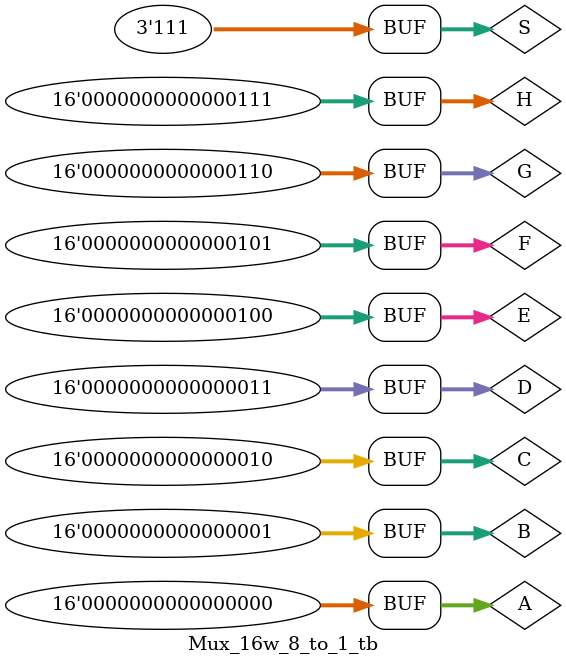
<source format=sv>
/*
 * TCES 330 - Spring 2025
 * Projcet Files 16 bit wide 8 to 1 mux
 * @author logan black
 * @version 03 June 2025
 * Creates a 16 bit wide 8 to 1 mux case statements
 */
module Mux_16w_8_to_1(M, S, A, B, C, D, E, F, G, H);
	input [2:0] S;
	input [15:0] A, B, C, D, E, F, G, H;
	output logic [15:0] M;
	
	always_comb begin
	
		case(S)
			3'd0: M = A;
			3'd1: M = B;
			3'd2: M = C;
			3'd3: M = D;
			3'd4: M = E;
			3'd5: M = F;
			3'd6: M = G;
			3'd7: M = H;
		endcase
		
	end
	
endmodule

`timescale 1 ps/1 ps
module Mux_16w_8_to_1_tb();
	logic [2:0] S;
	logic [15:0] A, B, C, D, E, F, G, H;
	logic [15:0] M;
	
	Mux_16w_8_to_1 DUT(M, S, A, B, C ,D ,E ,F, G, H);

	initial begin
	A = 16'd0;
	B = 16'd1;
	C = 16'd2;
	D = 16'd3;
	E = 16'd4;
	F = 16'd5;
	G = 16'd6;
	H = 16'd7;
	
	for (int i = 0; i < 8; i++) begin
		S = i; #10;
	end

end
endmodule
 
</source>
